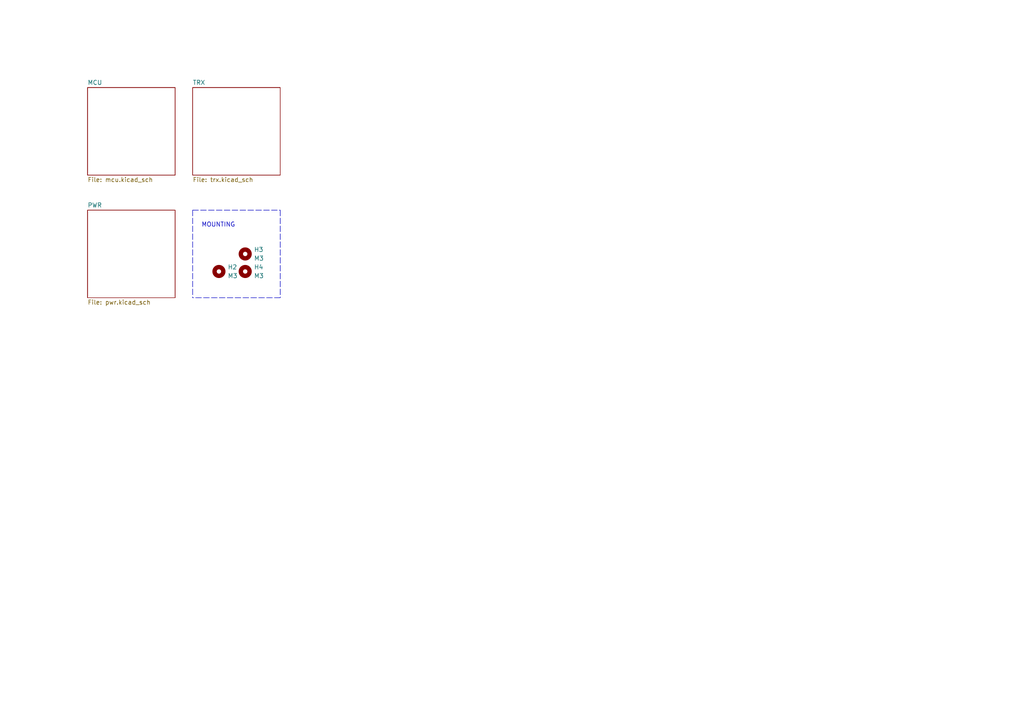
<source format=kicad_sch>
(kicad_sch (version 20211123) (generator eeschema)
  (paper "A4")
  (lib_symbols
    (symbol "Mechanical:MountingHole" (pin_names (offset 1.016))
      (property "Reference" "H" (at 0 5.08 0))
      (property "Value" "MountingHole" (at 0 3.175 0))
      (symbol "MountingHole_0_1"
        (circle (center 0 0) (radius 1.27) (stroke (width 1.27)))
      )
    )
  )
  (polyline (pts (xy 55.88 60.96) (xy 55.88 86.36)))
  (polyline (pts (xy 55.88 60.96) (xy 81.28 60.96)))
  (polyline (pts (xy 81.28 86.36) (xy 55.88 86.36)))
  (polyline (pts (xy 81.28 60.96) (xy 81.28 86.36)))
  (text "MOUNTING" (at 58.42 66.04 0) (effects (font (size 1.27 1.27)) (justify left bottom)))
  (symbol (lib_id "Mechanical:MountingHole") (at 71.12 73.66 0) (unit 1)
    (property "Reference" "H3" (at 73.66 72.3899 0) (effects (justify left)))
    (property "Value" "M3" (at 73.66 74.9299 0) (effects (justify left)))
    (property "Footprint" "MountingHole:MountingHole_3mm" (effects hide))
  )
  (symbol (lib_id "Mechanical:MountingHole") (at 63.5 78.74 0) (unit 1)
    (property "Reference" "H2" (at 66.04 77.4699 0) (effects (justify left)))
    (property "Value" "M3" (at 66.04 80.0099 0) (effects (justify left)))
    (property "Footprint" "MountingHole:MountingHole_3mm" (effects hide))
  )
  (symbol (lib_id "Mechanical:MountingHole") (at 71.12 78.74 0) (unit 1)
    (property "Reference" "H4" (at 73.66 77.4699 0) (effects (justify left)))
    (property "Value" "M3" (at 73.66 80.0099 0) (effects (justify left)))
    (property "Footprint" "MountingHole:MountingHole_3mm" (effects hide))
  )
  (sheet (at 25.4 25.4) (size 25.4 25.4) (stroke (width 0.1524))
    (property "Sheet name" "MCU" (at 25.4 24.6884 0) (effects (justify left bottom)))
    (property "Sheet file" "mcu.kicad_sch" (at 25.4 51.3846 0) (effects (justify left top)))
  )
  (sheet (at 25.4 60.96) (size 25.4 25.4) (stroke (width 0.1524))
    (property "Sheet name" "PWR" (at 25.4 60.2484 0) (effects (justify left bottom)))
    (property "Sheet file" "pwr.kicad_sch" (at 25.4 86.9446 0) (effects (justify left top)))
  )
  (sheet (at 55.88 25.4) (size 25.4 25.4) (stroke (width 0.1524))
    (property "Sheet name" "TRX" (at 55.88 24.6884 0) (effects (justify left bottom)))
    (property "Sheet file" "trx.kicad_sch" (at 55.88 51.3846 0) (effects (justify left top)))
  )
)
</source>
